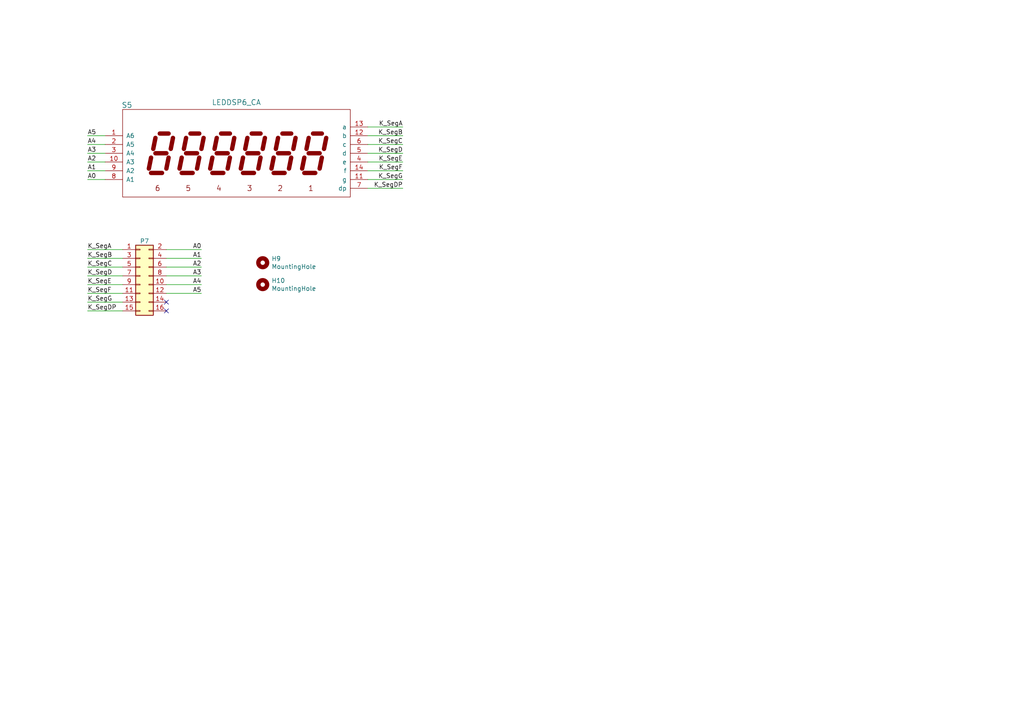
<source format=kicad_sch>
(kicad_sch (version 20211123) (generator eeschema)
  (paper "A4")
  (lib_symbols
    (symbol "Connector_Generic:Conn_02x08_Odd_Even" (pin_names (offset 1.016) hide)
      (property "Reference" "J" (at 1.27 10.16 0))
      (property "Value" "Conn_02x08_Odd_Even" (at 1.27 -12.7 0))
      (symbol "Conn_02x08_Odd_Even_1_1"
        (rectangle (start -1.27 -10.033) (end 0 -10.287) (stroke (width 0.1524)))
        (rectangle (start -1.27 -7.493) (end 0 -7.747) (stroke (width 0.1524)))
        (rectangle (start -1.27 -4.953) (end 0 -5.207) (stroke (width 0.1524)))
        (rectangle (start -1.27 -2.413) (end 0 -2.667) (stroke (width 0.1524)))
        (rectangle (start -1.27 0.127) (end 0 -0.127) (stroke (width 0.1524)))
        (rectangle (start -1.27 2.667) (end 0 2.413) (stroke (width 0.1524)))
        (rectangle (start -1.27 5.207) (end 0 4.953) (stroke (width 0.1524)))
        (rectangle (start -1.27 7.747) (end 0 7.493) (stroke (width 0.1524)))
        (rectangle (start -1.27 8.89) (end 3.81 -11.43) (stroke (width 0.254)) (fill (type background)))
        (rectangle (start 3.81 -10.033) (end 2.54 -10.287) (stroke (width 0.1524)))
        (rectangle (start 3.81 -7.493) (end 2.54 -7.747) (stroke (width 0.1524)))
        (rectangle (start 3.81 -4.953) (end 2.54 -5.207) (stroke (width 0.1524)))
        (rectangle (start 3.81 -2.413) (end 2.54 -2.667) (stroke (width 0.1524)))
        (rectangle (start 3.81 0.127) (end 2.54 -0.127) (stroke (width 0.1524)))
        (rectangle (start 3.81 2.667) (end 2.54 2.413) (stroke (width 0.1524)))
        (rectangle (start 3.81 5.207) (end 2.54 4.953) (stroke (width 0.1524)))
        (rectangle (start 3.81 7.747) (end 2.54 7.493) (stroke (width 0.1524)))
        (pin passive line (at -5.08 7.62 0) (length 3.81) (name "Pin_1") (number "1"))
        (pin passive line (at 7.62 -2.54 180) (length 3.81) (name "Pin_10") (number "10"))
        (pin passive line (at -5.08 -5.08 0) (length 3.81) (name "Pin_11") (number "11"))
        (pin passive line (at 7.62 -5.08 180) (length 3.81) (name "Pin_12") (number "12"))
        (pin passive line (at -5.08 -7.62 0) (length 3.81) (name "Pin_13") (number "13"))
        (pin passive line (at 7.62 -7.62 180) (length 3.81) (name "Pin_14") (number "14"))
        (pin passive line (at -5.08 -10.16 0) (length 3.81) (name "Pin_15") (number "15"))
        (pin passive line (at 7.62 -10.16 180) (length 3.81) (name "Pin_16") (number "16"))
        (pin passive line (at 7.62 7.62 180) (length 3.81) (name "Pin_2") (number "2"))
        (pin passive line (at -5.08 5.08 0) (length 3.81) (name "Pin_3") (number "3"))
        (pin passive line (at 7.62 5.08 180) (length 3.81) (name "Pin_4") (number "4"))
        (pin passive line (at -5.08 2.54 0) (length 3.81) (name "Pin_5") (number "5"))
        (pin passive line (at 7.62 2.54 180) (length 3.81) (name "Pin_6") (number "6"))
        (pin passive line (at -5.08 0 0) (length 3.81) (name "Pin_7") (number "7"))
        (pin passive line (at 7.62 0 180) (length 3.81) (name "Pin_8") (number "8"))
        (pin passive line (at -5.08 -2.54 0) (length 3.81) (name "Pin_9") (number "9"))
      )
    )
    (symbol "GCC_display:LEDDSP6_CA" (pin_names (offset 1.016))
      (property "Reference" "S" (at -30.48 13.97 0))
      (property "Value" "LEDDSP6_CA" (at 0 -15.24 0))
      (symbol "LEDDSP6_CA_0_0"
        (text "1" (at 21.59 -10.16 0) (effects (font (size 1.524 1.524))))
        (text "2" (at 12.7 -10.16 0) (effects (font (size 1.524 1.524))))
        (text "3" (at 3.81 -10.16 0) (effects (font (size 1.524 1.524))))
        (text "4" (at -5.08 -10.16 0) (effects (font (size 1.524 1.524))))
        (text "5" (at -13.97 -10.16 0) (effects (font (size 1.524 1.524))))
        (text "6" (at -22.86 -10.16 0) (effects (font (size 1.524 1.524))))
      )
      (symbol "LEDDSP6_CA_0_1"
        (rectangle (start -33.02 12.7) (end 33.02 -12.7))
        (polyline (pts (xy -24.765 -5.715) (xy -21.59 -5.715)) (stroke (width 1.27)))
        (polyline (pts (xy -24.765 -1.27) (xy -25.4 -4.445)) (stroke (width 1.27)))
        (polyline (pts (xy -24.13 1.27) (xy -23.495 4.445)) (stroke (width 1.27)))
        (polyline (pts (xy -23.495 0) (xy -20.32 0)) (stroke (width 1.27)))
        (polyline (pts (xy -22.225 5.715) (xy -19.685 5.715)) (stroke (width 1.27)))
        (polyline (pts (xy -19.685 -1.27) (xy -20.32 -4.445)) (stroke (width 1.27)))
        (polyline (pts (xy -19.05 -5.715) (xy -19.05 -5.715)) (stroke (width 1.27)))
        (polyline (pts (xy -19.05 1.27) (xy -18.415 4.445)) (stroke (width 1.27)))
        (polyline (pts (xy -15.875 -5.715) (xy -12.7 -5.715)) (stroke (width 1.27)))
        (polyline (pts (xy -15.875 -1.27) (xy -16.51 -4.445)) (stroke (width 1.27)))
        (polyline (pts (xy -15.24 1.27) (xy -14.605 4.445)) (stroke (width 1.27)))
        (polyline (pts (xy -14.605 0) (xy -11.43 0)) (stroke (width 1.27)))
        (polyline (pts (xy -13.335 5.715) (xy -10.795 5.715)) (stroke (width 1.27)))
        (polyline (pts (xy -10.795 -1.27) (xy -11.43 -4.445)) (stroke (width 1.27)))
        (polyline (pts (xy -10.16 -5.715) (xy -10.16 -5.715)) (stroke (width 1.27)))
        (polyline (pts (xy -10.16 1.27) (xy -9.525 4.445)) (stroke (width 1.27)))
        (polyline (pts (xy -6.985 -5.715) (xy -3.81 -5.715)) (stroke (width 1.27)))
        (polyline (pts (xy -6.985 -1.27) (xy -7.62 -4.445)) (stroke (width 1.27)))
        (polyline (pts (xy -6.35 1.27) (xy -5.715 4.445)) (stroke (width 1.27)))
        (polyline (pts (xy -5.715 0) (xy -2.54 0)) (stroke (width 1.27)))
        (polyline (pts (xy -4.445 5.715) (xy -1.905 5.715)) (stroke (width 1.27)))
        (polyline (pts (xy -1.905 -1.27) (xy -2.54 -4.445)) (stroke (width 1.27)))
        (polyline (pts (xy -1.27 -5.715) (xy -1.27 -5.715)) (stroke (width 1.27)))
        (polyline (pts (xy -1.27 1.27) (xy -0.635 4.445)) (stroke (width 1.27)))
        (polyline (pts (xy 1.905 -5.715) (xy 5.08 -5.715)) (stroke (width 1.27)))
        (polyline (pts (xy 1.905 -1.27) (xy 1.27 -4.445)) (stroke (width 1.27)))
        (polyline (pts (xy 2.54 1.27) (xy 3.175 4.445)) (stroke (width 1.27)))
        (polyline (pts (xy 3.175 0) (xy 6.35 0)) (stroke (width 1.27)))
        (polyline (pts (xy 4.445 5.715) (xy 6.985 5.715)) (stroke (width 1.27)))
        (polyline (pts (xy 6.985 -1.27) (xy 6.35 -4.445)) (stroke (width 1.27)))
        (polyline (pts (xy 7.62 -5.715) (xy 7.62 -5.715)) (stroke (width 1.27)))
        (polyline (pts (xy 7.62 1.27) (xy 8.255 4.445)) (stroke (width 1.27)))
        (polyline (pts (xy 10.795 -5.715) (xy 13.97 -5.715)) (stroke (width 1.27)))
        (polyline (pts (xy 10.795 -1.27) (xy 10.16 -4.445)) (stroke (width 1.27)))
        (polyline (pts (xy 11.43 1.27) (xy 12.065 4.445)) (stroke (width 1.27)))
        (polyline (pts (xy 12.065 0) (xy 15.24 0)) (stroke (width 1.27)))
        (polyline (pts (xy 13.335 5.715) (xy 15.875 5.715)) (stroke (width 1.27)))
        (polyline (pts (xy 15.875 -1.27) (xy 15.24 -4.445)) (stroke (width 1.27)))
        (polyline (pts (xy 16.51 -5.715) (xy 16.51 -5.715)) (stroke (width 1.27)))
        (polyline (pts (xy 16.51 1.27) (xy 17.145 4.445)) (stroke (width 1.27)))
        (polyline (pts (xy 19.685 -5.715) (xy 22.86 -5.715)) (stroke (width 1.27)))
        (polyline (pts (xy 19.685 -1.27) (xy 19.05 -4.445)) (stroke (width 1.27)))
        (polyline (pts (xy 20.32 1.27) (xy 20.955 4.445)) (stroke (width 1.27)))
        (polyline (pts (xy 20.955 0) (xy 24.13 0)) (stroke (width 1.27)))
        (polyline (pts (xy 22.225 5.715) (xy 24.765 5.715)) (stroke (width 1.27)))
        (polyline (pts (xy 24.765 -1.27) (xy 24.13 -4.445)) (stroke (width 1.27)))
        (polyline (pts (xy 25.4 -5.715) (xy 25.4 -5.715)) (stroke (width 1.27)))
        (polyline (pts (xy 25.4 1.27) (xy 26.035 4.445)) (stroke (width 1.27)))
      )
      (symbol "LEDDSP6_CA_1_1"
        (pin passive line (at -38.1 5.08 0) (length 5.08) (name "A6") (number "1"))
        (pin passive line (at -38.1 -2.54 0) (length 5.08) (name "A3") (number "10"))
        (pin passive line (at 38.1 -7.62 180) (length 5.08) (name "g") (number "11"))
        (pin passive line (at 38.1 5.08 180) (length 5.08) (name "b") (number "12"))
        (pin passive line (at 38.1 7.62 180) (length 5.08) (name "a") (number "13"))
        (pin passive line (at 38.1 -5.08 180) (length 5.08) (name "f") (number "14"))
        (pin passive line (at -38.1 2.54 0) (length 5.08) (name "A5") (number "2"))
        (pin passive line (at -38.1 0 0) (length 5.08) (name "A4") (number "3"))
        (pin passive line (at 38.1 -2.54 180) (length 5.08) (name "e") (number "4"))
        (pin passive line (at 38.1 0 180) (length 5.08) (name "d") (number "5"))
        (pin passive line (at 38.1 2.54 180) (length 5.08) (name "c") (number "6"))
        (pin passive line (at 38.1 -10.16 180) (length 5.08) (name "dp") (number "7"))
        (pin passive line (at -38.1 -7.62 0) (length 5.08) (name "A1") (number "8"))
        (pin passive line (at -38.1 -5.08 0) (length 5.08) (name "A2") (number "9"))
      )
    )
    (symbol "Mechanical:MountingHole" (pin_names (offset 1.016))
      (property "Reference" "H" (at 0 5.08 0))
      (property "Value" "MountingHole" (at 0 3.175 0))
      (symbol "MountingHole_0_1"
        (circle (center 0 0) (radius 1.27) (stroke (width 1.27)))
      )
    )
  )
  (no_connect (at 48.26 90.17))
  (no_connect (at 48.26 87.63))
  (wire (pts (xy 48.26 80.01) (xy 58.42 80.01)))
  (wire (pts (xy 48.26 85.09) (xy 58.42 85.09)))
  (wire (pts (xy 30.48 46.99) (xy 25.4 46.99)))
  (wire (pts (xy 30.48 41.91) (xy 25.4 41.91)))
  (wire (pts (xy 30.48 39.37) (xy 25.4 39.37)))
  (wire (pts (xy 25.4 80.01) (xy 35.56 80.01)))
  (wire (pts (xy 25.4 87.63) (xy 35.56 87.63)))
  (wire (pts (xy 25.4 82.55) (xy 35.56 82.55)))
  (wire (pts (xy 25.4 72.39) (xy 35.56 72.39)))
  (wire (pts (xy 30.48 52.07) (xy 25.4 52.07)))
  (wire (pts (xy 116.84 44.45) (xy 106.68 44.45)))
  (wire (pts (xy 116.84 52.07) (xy 106.68 52.07)))
  (wire (pts (xy 116.84 41.91) (xy 106.68 41.91)))
  (wire (pts (xy 25.4 77.47) (xy 35.56 77.47)))
  (wire (pts (xy 48.26 74.93) (xy 58.42 74.93)))
  (wire (pts (xy 30.48 44.45) (xy 25.4 44.45)))
  (wire (pts (xy 25.4 85.09) (xy 35.56 85.09)))
  (wire (pts (xy 48.26 72.39) (xy 58.42 72.39)))
  (wire (pts (xy 25.4 90.17) (xy 35.56 90.17)))
  (wire (pts (xy 116.84 49.53) (xy 106.68 49.53)))
  (wire (pts (xy 30.48 49.53) (xy 25.4 49.53)))
  (wire (pts (xy 48.26 82.55) (xy 58.42 82.55)))
  (wire (pts (xy 116.84 39.37) (xy 106.68 39.37)))
  (wire (pts (xy 116.84 54.61) (xy 106.68 54.61)))
  (wire (pts (xy 116.84 46.99) (xy 106.68 46.99)))
  (wire (pts (xy 48.26 77.47) (xy 58.42 77.47)))
  (wire (pts (xy 116.84 36.83) (xy 106.68 36.83)))
  (wire (pts (xy 25.4 74.93) (xy 35.56 74.93)))
  (label "K_SegE" (at 25.4 82.55 0))
  (label "A4" (at 25.4 41.91 0))
  (label "K_SegG" (at 25.4 87.63 0))
  (label "A1" (at 58.42 74.93 180))
  (label "K_SegC" (at 25.4 77.47 0))
  (label "K_SegB" (at 116.84 39.37 180))
  (label "A0" (at 25.4 52.07 0))
  (label "K_SegA" (at 25.4 72.39 0))
  (label "K_SegG" (at 116.84 52.07 180))
  (label "A5" (at 58.42 85.09 180))
  (label "A1" (at 25.4 49.53 0))
  (label "K_SegC" (at 116.84 41.91 180))
  (label "K_SegDP" (at 116.84 54.61 180))
  (label "A3" (at 25.4 44.45 0))
  (label "K_SegA" (at 116.84 36.83 180))
  (label "K_SegD" (at 116.84 44.45 180))
  (label "K_SegDP" (at 25.4 90.17 0))
  (label "K_SegD" (at 25.4 80.01 0))
  (label "K_SegB" (at 25.4 74.93 0))
  (label "K_SegF" (at 116.84 49.53 180))
  (label "A2" (at 25.4 46.99 0))
  (label "A3" (at 58.42 80.01 180))
  (label "A4" (at 58.42 82.55 180))
  (label "K_SegF" (at 25.4 85.09 0))
  (label "A0" (at 58.42 72.39 180))
  (label "A2" (at 58.42 77.47 180))
  (label "K_SegE" (at 116.84 46.99 180))
  (label "A5" (at 25.4 39.37 0))
  (symbol (lib_id "Mechanical:MountingHole") (at 76.2 76.2 0) (unit 1)
    (property "Reference" "H9" (at 78.74 75.0316 0) (effects (justify left)))
    (property "Value" "MountingHole" (at 78.74 77.343 0) (effects (justify left)))
    (property "Footprint" "GCC_holes:Hole3mm" (effects hide))
  )
  (symbol (lib_id "Mechanical:MountingHole") (at 76.2 82.55 0) (unit 1)
    (property "Reference" "H10" (at 78.74 81.3816 0) (effects (justify left)))
    (property "Value" "MountingHole" (at 78.74 83.693 0) (effects (justify left)))
    (property "Footprint" "GCC_holes:Hole3mm" (effects hide))
  )
  (symbol (lib_id "GCC_display:LEDDSP6_CA") (at 68.58 44.45 0) (unit 1)
    (property "Reference" "S5" (at 36.83 30.48 0) (effects (font (size 1.524 1.524))))
    (property "Value" "LEDDSP6_CA" (at 68.58 29.6926 0) (effects (font (size 1.524 1.524))))
    (property "Footprint" "GCC_Display:Disp7s6x_036" (effects hide))
  )
  (symbol (lib_id "Connector_Generic:Conn_02x08_Odd_Even") (at 40.64 80.01 0) (unit 1)
    (property "Reference" "P7" (at 41.91 69.9572 0))
    (property "Value" "Conn_02x08_Odd_Even" (effects hide))
    (property "Footprint" "Connector_IDC:IDC-Header_2x08_P2.54mm_Vertical" (effects hide))
  )
)
</source>
